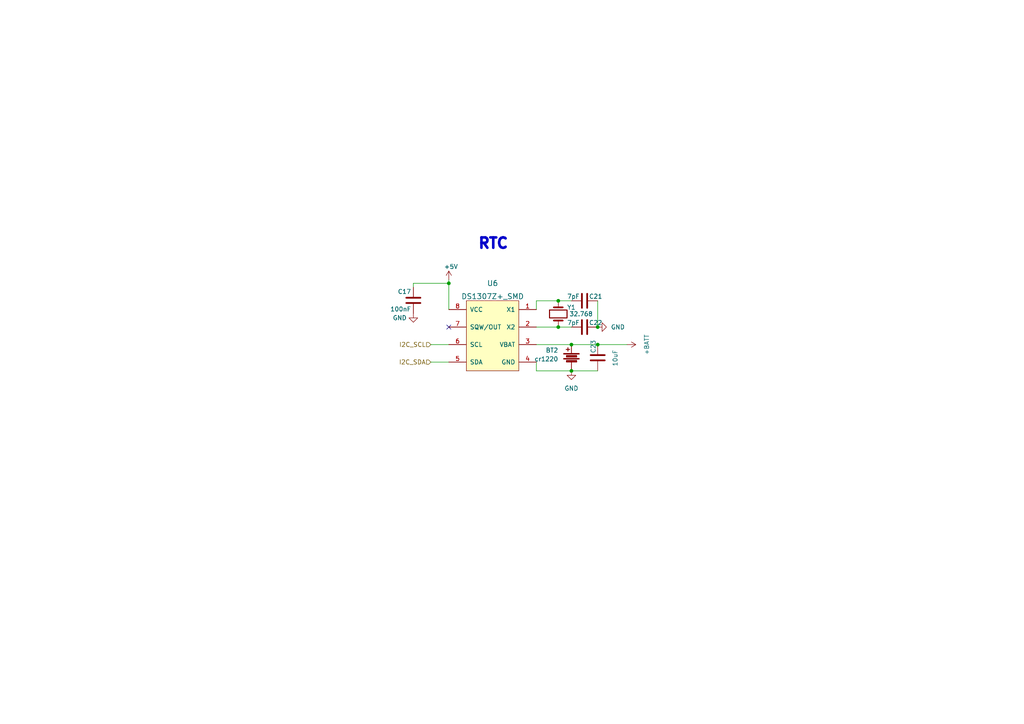
<source format=kicad_sch>
(kicad_sch (version 20230121) (generator eeschema)
  (paper "A4")
  (lib_symbols
    (symbol "ph_lib:Battery" (pin_numbers hide) (pin_names (offset 1.016))
      (property "Reference" "BT" (at 3.81 2.54 0))
      (property "Value" "Battery" (at -2.54 -1.27 0))
      (symbol "Battery_1_1"
        (polyline (pts (xy 4.318 -3.937) (xy 5.334 -3.937)) (stroke (width 0.254)))
        (polyline (pts (xy 4.826 -3.429) (xy 4.826 -4.445)) (stroke (width 0.254)))
        (rectangle (start 1.524 -6.5278) (end 6.096 -6.7818) (fill (type outline)))
        (rectangle (start 1.524 -5.08) (end 6.096 -5.334) (fill (type outline)))
        (rectangle (start 2.2352 -7.112) (end 5.2832 -7.62) (fill (type outline)))
        (rectangle (start 2.2352 -5.6642) (end 5.2832 -6.1722) (fill (type outline)))
        (pin passive line (at 3.81 -2.54 270) (length 2.54) (name "~") (number "1"))
        (pin passive line (at 3.81 -10.16 90) (length 2.54) (name "~") (number "2"))
      )
    )
    (symbol "ph_lib:C0805" (pin_numbers hide) (pin_names (offset 0.254))
      (property "Reference" "C" (at 0.635 2.54 0))
      (property "Value" "C0805" (at 0.635 -2.54 0))
      (symbol "C0805_0_1"
        (polyline (pts (xy -2.032 -0.762) (xy 2.032 -0.762)) (stroke (width 0.508)))
        (polyline (pts (xy -2.032 0.762) (xy 2.032 0.762)) (stroke (width 0.508)))
      )
      (symbol "C0805_1_1"
        (pin passive line (at 0 3.81 270) (length 2.794) (name "~") (number "1"))
        (pin passive line (at 0 -3.81 90) (length 2.794) (name "~") (number "2"))
      )
    )
    (symbol "ph_lib:Crystal_32.768_C3215" (pin_numbers hide) (pin_names (offset 1.016) hide)
      (property "Reference" "Y" (at 0 3.81 0))
      (property "Value" "Crystal_32.768_C3215" (at 0 -3.81 0))
      (symbol "Crystal_32.768_C3215_0_1"
        (rectangle (start -1.143 2.54) (end 1.143 -2.54) (stroke (width 0.3048)))
        (polyline (pts (xy -2.54 0) (xy -1.905 0)))
        (polyline (pts (xy -1.905 -1.27) (xy -1.905 1.27)) (stroke (width 0.508)))
        (polyline (pts (xy 1.905 -1.27) (xy 1.905 1.27)) (stroke (width 0.508)))
        (polyline (pts (xy 2.54 0) (xy 1.905 0)))
      )
      (symbol "Crystal_32.768_C3215_1_1"
        (pin passive line (at -3.81 0 0) (length 1.27) (name "1") (number "1"))
        (pin passive line (at 3.81 0 180) (length 1.27) (name "2") (number "2"))
      )
    )
    (symbol "ph_lib:DS1307Z+_SMD" (pin_names (offset 1.016))
      (property "Reference" "U" (at 0 -0.635 0))
      (property "Value" "DS1307Z+_SMD" (at 0 11.43 0))
      (symbol "DS1307Z+_SMD_0_1"
        (rectangle (start -7.62 10.16) (end 7.62 -10.16) (fill (type background)))
      )
      (symbol "DS1307Z+_SMD_1_1"
        (pin input line (at -12.7 7.62 0) (length 5.08) (name "X1") (number "1"))
        (pin input line (at -12.7 2.54 0) (length 5.08) (name "X2") (number "2"))
        (pin input line (at -12.7 -2.54 0) (length 5.08) (name "VBAT") (number "3"))
        (pin input line (at -12.7 -7.62 0) (length 5.08) (name "GND") (number "4"))
        (pin input line (at 12.7 -7.62 180) (length 5.08) (name "SDA") (number "5"))
        (pin input line (at 12.7 -2.54 180) (length 5.08) (name "SCL") (number "6"))
        (pin input line (at 12.7 2.54 180) (length 5.08) (name "SQW/OUT") (number "7"))
        (pin input line (at 12.7 7.62 180) (length 5.08) (name "VCC") (number "8"))
      )
    )
    (symbol "power:+5V" (power) (pin_names (offset 0))
      (property "Value" "+5V" (at 0 3.556 0))
      (symbol "+5V_0_1"
        (polyline (pts (xy -0.762 1.27) (xy 0 2.54)))
        (polyline (pts (xy 0 0) (xy 0 2.54)))
        (polyline (pts (xy 0 2.54) (xy 0.762 1.27)))
      )
      (symbol "+5V_1_1"
        (pin power_in line (at 0 0 90) (length 0) hide (name "+5V") (number "1"))
      )
    )
    (symbol "power:+BATT" (power) (pin_names (offset 0))
      (property "Value" "+BATT" (at 0 3.556 0))
      (symbol "+BATT_0_1"
        (polyline (pts (xy -0.762 1.27) (xy 0 2.54)))
        (polyline (pts (xy 0 0) (xy 0 2.54)))
        (polyline (pts (xy 0 2.54) (xy 0.762 1.27)))
      )
      (symbol "+BATT_1_1"
        (pin power_in line (at 0 0 90) (length 0) hide (name "+BATT") (number "1"))
      )
    )
    (symbol "power:GND" (power) (pin_names (offset 0))
      (property "Value" "GND" (at 0 -3.81 0))
      (symbol "GND_0_1"
        (polyline (pts (xy 0 0) (xy 0 -1.27) (xy 1.27 -1.27) (xy 0 -2.54) (xy -1.27 -1.27) (xy 0 -1.27)))
      )
      (symbol "GND_1_1"
        (pin power_in line (at 0 0 270) (length 0) hide (name "GND") (number "1"))
      )
    )
  )
  (junction (at 161.925 87.249))
  (junction (at 165.735 99.949))
  (junction (at 165.735 107.569))
  (junction (at 173.355 94.869))
  (junction (at 161.925 94.869))
  (junction (at 130.175 82.169))
  (junction (at 173.355 99.949))
  (no_connect (at 130.175 94.869))
  (wire (pts (xy 165.735 94.869) (xy 161.925 94.869)))
  (wire (pts (xy 124.968 105.029) (xy 130.175 105.029)))
  (wire (pts (xy 173.355 99.949) (xy 165.735 99.949)))
  (wire (pts (xy 119.888 83.312) (xy 119.888 82.169)))
  (wire (pts (xy 119.888 82.169) (xy 130.175 82.169)))
  (wire (pts (xy 165.735 99.949) (xy 155.575 99.949)))
  (wire (pts (xy 130.175 82.169) (xy 130.175 89.789)))
  (wire (pts (xy 155.575 87.249) (xy 155.575 89.789)))
  (wire (pts (xy 161.925 94.869) (xy 155.575 94.869)))
  (wire (pts (xy 173.355 87.249) (xy 173.355 94.869)))
  (wire (pts (xy 155.575 105.029) (xy 155.575 107.569)))
  (wire (pts (xy 124.968 99.949) (xy 130.175 99.949)))
  (wire (pts (xy 165.735 87.249) (xy 161.925 87.249)))
  (wire (pts (xy 173.355 107.569) (xy 165.735 107.569)))
  (wire (pts (xy 181.864 99.949) (xy 173.355 99.949)))
  (wire (pts (xy 130.175 81.153) (xy 130.175 82.169)))
  (wire (pts (xy 155.575 107.569) (xy 165.735 107.569)))
  (wire (pts (xy 155.575 87.249) (xy 161.925 87.249)))
  (text "RTC" (at 138.43 72.517 0) (effects (font (size 3 3) (thickness 1) bold) (justify left bottom)))
  (hierarchical_label "I2C_SCL" (shape input) (at 124.968 99.949 180))
  (hierarchical_label "I2C_SDA" (shape input) (at 124.968 105.029 180))
  (symbol (lib_id "power:GND") (at 165.735 107.569 0) (mirror y) (unit 1)
    (property "Reference" "#PWR078" (effects hide))
    (property "Value" "GND" (at 165.735 112.649 0))
  )
  (symbol (lib_id "ph_lib:Battery") (at 169.545 97.409 0) (mirror y) (unit 1)
    (property "Reference" "BT2" (at 161.925 101.5999 0) (effects (justify left)))
    (property "Value" "cr1220" (at 161.925 104.1399 0) (effects (justify left)))
    (property "Footprint" "Lib_Ph:BT_CR1220" (effects hide))
    (property "Link" "https://thegioiic.com/products/de-pin-cr1220-smd" (effects hide))
    (property "Desc" "CR1220 SMD 3V3" (effects hide))
    (instances (project "ph_portable_refrigerator_v2_hw" (path "" (reference "BT2") (unit 1)) (path "" (reference "BT1") (unit 1))))
  )
  (symbol (lib_id "ph_lib:C0805") (at 119.888 87.122 0) (mirror y) (unit 1)
    (property "Reference" "C17" (at 119.253 84.582 0) (effects (justify left)))
    (property "Value" "100nF" (at 119.253 89.662 0) (effects (justify left)))
    (property "Footprint" "Capacitor_SMD:C_0805_2012Metric" (effects hide))
    (property "Desc" "Capacitor SMD Ceramic 0805" (effects hide))
    (property "Link" "http://www.dientuachau.com/ceramic-0805" (effects hide))
    (instances (project "ph_portable_refrigerator_v2_hw" (path "" (reference "C17") (unit 1)) (path "" (reference "C16") (unit 1))))
  )
  (symbol (lib_id "ph_lib:C0805") (at 169.545 87.249 270) (mirror x) (unit 1)
    (property "Reference" "C21" (at 170.815 85.979 90) (effects (justify left)))
    (property "Value" "7pF" (at 164.465 85.979 90) (effects (justify left)))
    (property "Footprint" "Resistor_SMD:R_0805_2012Metric" (effects hide))
    (property "Desc" "Capacitor SMD Ceramic 0805" (effects hide))
    (property "Link" "http://www.dientuachau.com/ceramic-0805" (effects hide))
    (instances (project "ph_portable_refrigerator_v2_hw" (path "" (reference "C21") (unit 1)) (path "" (reference "C17") (unit 1))))
  )
  (symbol (lib_id "ph_lib:Crystal_32.768_C3215") (at 161.925 91.059 90) (mirror x) (unit 1)
    (property "Reference" "Y1" (at 164.465 89.154 90) (effects (justify right)))
    (property "Value" "32.768" (at 165.1 91.059 90) (effects (justify right)))
    (property "Footprint" "Crystal:Crystal_DS26_D2.0mm_L6.0mm_Horizontal" (effects hide))
    (property "Desc" " C3215, 32.768KHz ±20ppm, size: 3.2x1.5 mm" (effects hide))
    (property "Link" "https://thegioiic.com/products/thach-anh-32-768khz-c3215" (effects hide))
  )
  (symbol (lib_id "ph_lib:DS1307Z+_SMD") (at 142.875 97.409 0) (mirror y) (unit 1)
    (property "Reference" "U6" (at 142.875 82.169 0) (effects (font (size 1.524 1.524))))
    (property "Value" "DS1307Z+_SMD" (at 142.875 85.979 0) (effects (font (size 1.524 1.524))))
    (property "Footprint" "Package_SO:SOIC-8W_5.3x5.3mm_P1.27mm" (effects hide))
    (property "Desc" "DS1307z+ 512K Serial Real-Time Clock (RTC), Leap Year, NVSRAM, Square Wave Output" (effects hide))
    (property "Link" "http://tme.vn/Product.aspx?id=1483#page=pro_info" (effects hide))
    (instances (project "ph_portable_refrigerator_v2_hw" (path "" (reference "U6") (unit 1)) (path "" (reference "U4") (unit 1))))
  )
  (symbol (lib_id "power:GND") (at 173.355 94.869 90) (mirror x) (unit 1)
    (property "Reference" "#PWR080" (effects hide))
    (property "Value" "GND" (at 177.165 94.8689 90) (effects (justify right)))
  )
  (symbol (lib_id "ph_lib:C0805") (at 169.545 94.869 270) (mirror x) (unit 1)
    (property "Reference" "C22" (at 170.815 93.599 90) (effects (justify left)))
    (property "Value" "7pF" (at 164.465 93.599 90) (effects (justify left)))
    (property "Footprint" "Resistor_SMD:R_0805_2012Metric" (effects hide))
    (property "Desc" "Capacitor SMD Ceramic 0805" (effects hide))
    (property "Link" "http://www.dientuachau.com/ceramic-0805" (effects hide))
    (instances (project "ph_portable_refrigerator_v2_hw" (path "" (reference "C22") (unit 1)) (path "" (reference "C21") (unit 1))))
  )
  (symbol (lib_id "power:GND") (at 119.888 90.932 0) (mirror y) (unit 1)
    (property "Reference" "#PWR049" (effects hide))
    (property "Value" "GND" (at 117.983 92.2019 0) (effects (justify left)))
  )
  (symbol (lib_id "power:+BATT") (at 181.864 99.949 270) (unit 1)
    (property "Reference" "#PWR062" (effects hide))
    (property "Value" "+BATT" (at 187.579 99.949 0))
    (instances (project "ph_portable_refrigerator_v2_hw" (path "" (reference "#PWR062") (unit 1)) (path "" (reference "#PWR062") (unit 1)) (path "" (reference "#PWR0145") (unit 1))))
  )
  (symbol (lib_id "ph_lib:C0805") (at 173.355 103.759 0) (mirror y) (unit 1)
    (property "Reference" "C23" (at 172.085 102.489 90) (effects (justify left)))
    (property "Value" "10uF" (at 178.435 106.299 90) (effects (justify left)))
    (property "Footprint" "Capacitor_SMD:C_0805_2012Metric" (effects hide))
    (property "Desc" "Capacitor SMD Ceramic 0805" (effects hide))
    (property "Link" "http://www.dientuachau.com/ceramic-0805" (effects hide))
    (instances (project "ph_portable_refrigerator_v2_hw" (path "" (reference "C23") (unit 1)) (path "" (reference "C22") (unit 1))))
  )
  (symbol (lib_id "power:+5V") (at 130.175 81.153 0) (unit 1)
    (property "Reference" "#PWR066" (effects hide))
    (property "Value" "+5V" (at 130.81 77.343 0))
  )
)
</source>
